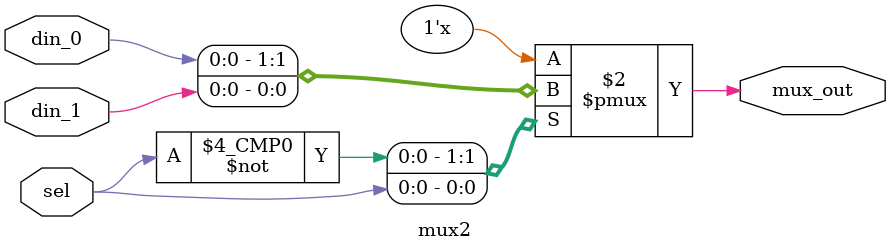
<source format=v>
module  mux2(
    din_0      , // Mux first input
    din_1      , // Mux Second input
    sel           , // Select input
    mux_out   // Mux output
);
//-----------Input Ports---------------
input din_0, din_1, sel ;
//-----------Output Ports---------------
output mux_out;
//------------Internal Variables--------
reg  mux_out;
//-------------Code Starts Here---------
always @*
begin : MUX
 case(sel ) 
    1'b0 : mux_out = din_0;
    1'b1 : mux_out = din_1;
 endcase 
end

endmodule //End Of Module mux

</source>
